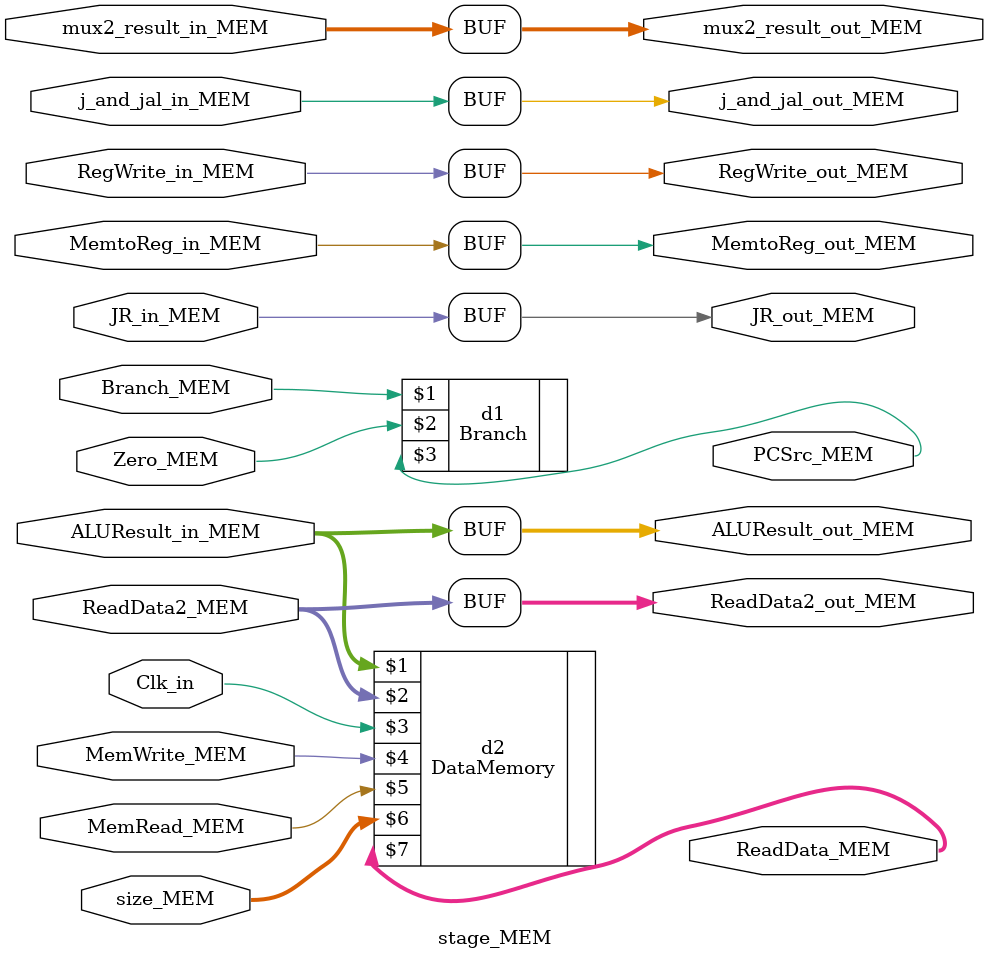
<source format=v>
module stage_MEM (MemWrite_MEM, MemRead_MEM, Branch_MEM, MemtoReg_in_MEM, RegWrite_in_MEM, 
                    /*ALUAddResult_in_MEM,*/ Zero_MEM, ALUResult_in_MEM, ReadData2_MEM, 
                    mux2_result_in_MEM, MemtoReg_out_MEM, PCSrc_MEM, ALUResult_out_MEM, 
                    mux2_result_out_MEM, ReadData_MEM, RegWrite_out_MEM, ReadData2_out_MEM,
                    size_MEM, Clk_in, JR_in_MEM, JR_out_MEM, j_and_jal_in_MEM, j_and_jal_out_MEM);

  input MemWrite_MEM;
  input MemRead_MEM;
  input Branch_MEM;
  input MemtoReg_in_MEM;
  input RegWrite_in_MEM;
  //input [31:0] ALUAddResult_in_MEM;
  input Zero_MEM;
  input [31:0] ALUResult_in_MEM;
  input [31:0] ReadData2_MEM;
  input [4:0] mux2_result_in_MEM;
  input [1:0] size_MEM;
  input Clk_in;
  input JR_in_MEM;
  input j_and_jal_in_MEM;

  output MemtoReg_out_MEM;
  //output [31:0] ALUAddResult_out_MEM;
  output PCSrc_MEM;
  output [31:0] ALUResult_out_MEM;
  output [4:0] mux2_result_out_MEM;
  output [31:0] ReadData_MEM;
  output RegWrite_out_MEM;
  output [31:0] ReadData2_out_MEM;
  output JR_out_MEM;
  output j_and_jal_out_MEM;

  assign RegWrite_out_MEM = RegWrite_in_MEM;
  assign MemtoReg_out_MEM = MemtoReg_in_MEM;
  assign ALUResult_out_MEM = ALUResult_in_MEM;
  assign mux2_result_out_MEM = mux2_result_in_MEM;
  assign ReadData2_out_MEM = ReadData2_MEM;
  assign JR_out_MEM = JR_in_MEM;
  assign j_and_jal_out_MEM = j_and_jal_in_MEM;
  //assign ALUAddResult_out_MEM = ALUAddResult_in_MEM;
  
  
  
  //Branch(Branch, Zero, PCSrc);
  Branch d1(Branch_MEM, Zero_MEM, PCSrc_MEM);

  //DataMemory(Address, WriteData, Clk_in, MemWrite, MemRead, size, ReadData)
  DataMemory d2(ALUResult_in_MEM, ReadData2_MEM, Clk_in, MemWrite_MEM, MemRead_MEM, size_MEM, ReadData_MEM); 
  

endmodule

</source>
